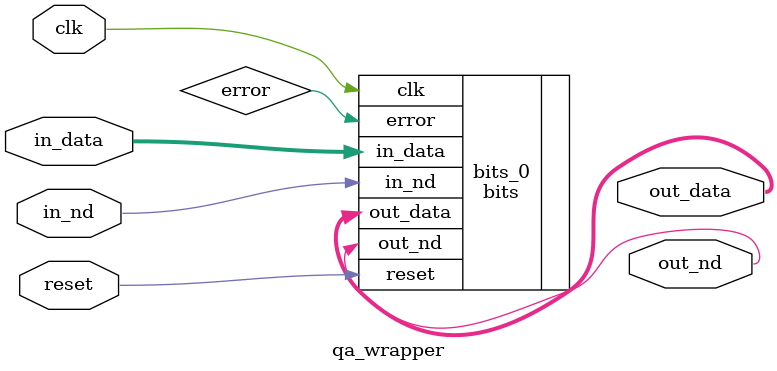
<source format=v>


module qa_wrapper
  #(
    parameter WIDTH = 32
    )
   (
    input wire              clk,
    input wire              reset,
    input wire [WIDTH-1:0]  in_data,
    input wire              in_nd,
    output wire [WIDTH-1:0] out_data,
    output wire             out_nd
    );

   wire                    error;

   bits #(WIDTH) bits_0
     (.clk(clk),
      .reset(reset),
      .in_data(in_data),
      .in_nd(in_nd),
      .out_data(out_data),
      .out_nd(out_nd),
      .error(error)
      );
                         
endmodule
</source>
